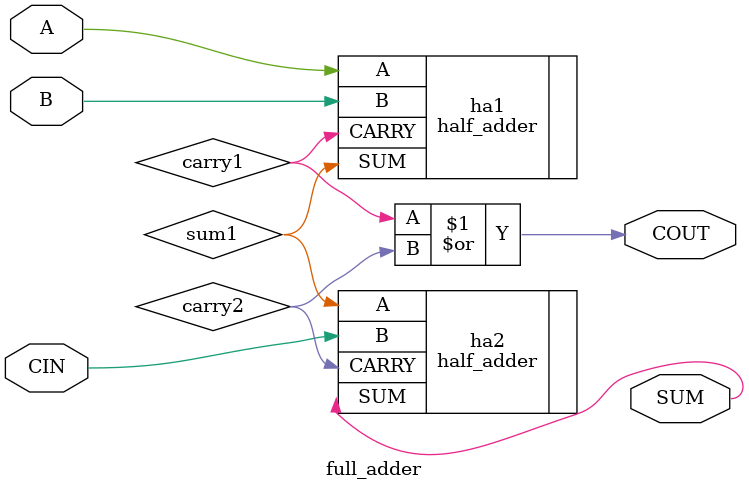
<source format=v>
`timescale 1ns / 1ps


module full_adder(
    input A,
    input B,
    input CIN,
    output SUM,
    output COUT
);
    wire sum1, carry1, carry2;

    half_adder ha1(.A(A), .B(B), .SUM(sum1), .CARRY(carry1));
    half_adder ha2(.A(sum1), .B(CIN), .SUM(SUM), .CARRY(carry2));

    assign COUT = carry1 | carry2; // »òÊµÏÖ½øÎ»Êä³ö
endmodule

</source>
